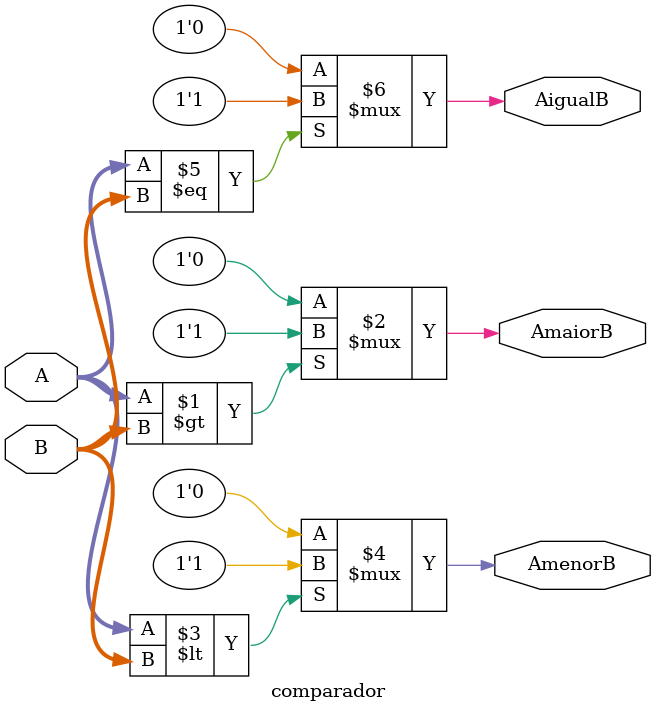
<source format=v>
module comparador (
    input  [3:0] A,
    input  [3:0] B,
    output AmaiorB,
    output AmenorB,
    output AigualB
);

    assign AmaiorB = (A > B) ? 1'b1 : 1'b0;
    assign AmenorB = (A < B) ? 1'b1 : 1'b0;
    assign AigualB = (A == B) ? 1'b1 : 1'b0;

endmodule
</source>
